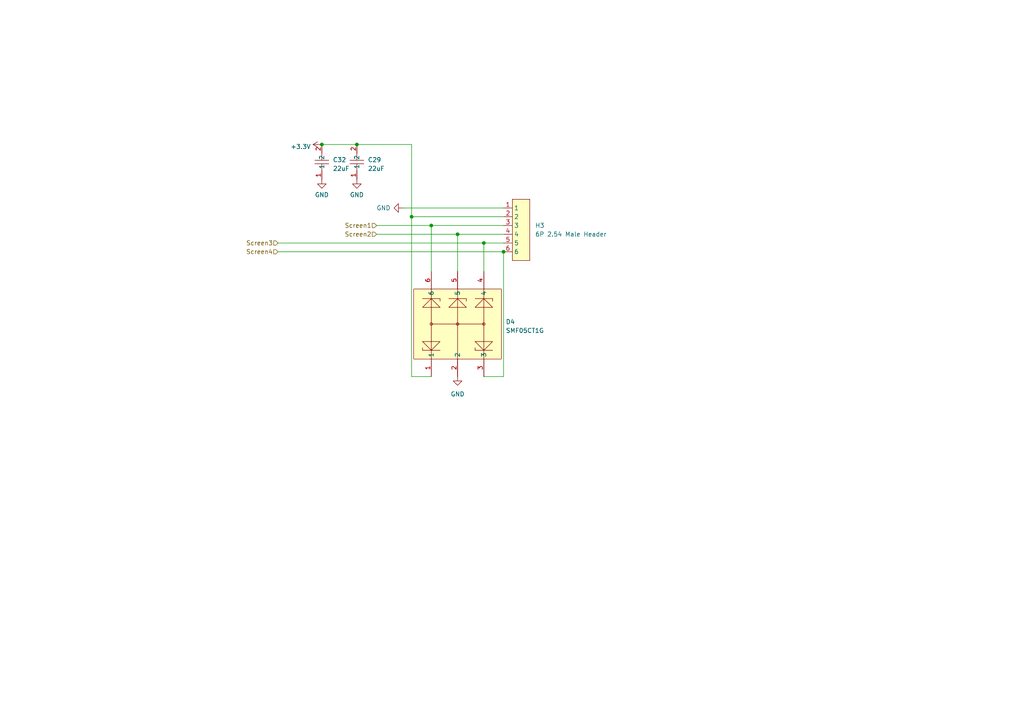
<source format=kicad_sch>
(kicad_sch (version 20230121) (generator eeschema)
  (paper "A4")
  (lib_symbols
    (symbol "easyeda2kicad:6.3V 22uF X5R ±20% 0603"
      (property "Reference" "C" (at 0 5.08 0))
      (property "Value" "6.3V 22uF X5R ±20% 0603" (at 0 -5.08 0))
      (symbol "6.3V 22uF X5R ±20% 0603_0_1"
        (polyline (pts (xy -0.51 -2.03) (xy -0.51 2.03)))
        (polyline (pts (xy -0.51 0) (xy -2.54 0)))
        (polyline (pts (xy 0.51 2.03) (xy 0.51 -2.03)))
        (polyline (pts (xy 2.54 0) (xy 0.51 0)))
        (pin unspecified line (at -5.08 0 0) (length 2.54) (name "1") (number "1"))
        (pin unspecified line (at 5.08 0 180) (length 2.54) (name "2") (number "2"))
      )
    )
    (symbol "easyeda2kicad:6P 2.54 Male Header"
      (property "Reference" "H" (at 0 11.43 0))
      (property "Value" "6P 2.54 Male Header" (at 0 -11.43 0))
      (symbol "6P 2.54 Male Header_0_1"
        (rectangle (start -2.54 8.89) (end 2.54 -8.89) (fill (type background)))
        (pin input line (at -5.08 6.35 0) (length 2.54) (name "1") (number "1"))
        (pin input line (at -5.08 3.81 0) (length 2.54) (name "2") (number "2"))
        (pin input line (at -5.08 1.27 0) (length 2.54) (name "3") (number "3"))
        (pin input line (at -5.08 -1.27 0) (length 2.54) (name "4") (number "4"))
        (pin input line (at -5.08 -3.81 0) (length 2.54) (name "5") (number "5"))
        (pin input line (at -5.08 -6.35 0) (length 2.54) (name "6") (number "6"))
      )
    )
    (symbol "easyeda2kicad:SMF05CT1G"
      (property "Reference" "D" (at 0 12.7 0))
      (property "Value" "SMF05CT1G" (at 0 -12.7 0))
      (symbol "SMF05CT1G_0_1"
        (rectangle (start -10.16 12.7) (end 10.16 -12.7) (fill (type background)))
        (circle (center 0 -7.62) (radius 0.38))
        (polyline (pts (xy -10.16 -7.62) (xy 10.16 -7.62)))
        (polyline (pts (xy -10.16 0) (xy 0 0)))
        (polyline (pts (xy -10.16 7.62) (xy 10.16 7.62)))
        (polyline (pts (xy -7.62 -10.16) (xy -7.62 -5.08)))
        (polyline (pts (xy -7.62 -5.08) (xy -6.86 -5.08)))
        (polyline (pts (xy -7.62 5.08) (xy -7.62 10.16)))
        (polyline (pts (xy -7.62 10.16) (xy -6.86 10.16)))
        (polyline (pts (xy 0 -7.62) (xy 0 7.62)))
        (polyline (pts (xy 0 0) (xy 10.16 0)))
        (polyline (pts (xy 7.37 -10.16) (xy 6.6 -10.16)))
        (polyline (pts (xy 7.37 -5.08) (xy 7.37 -10.16)))
        (polyline (pts (xy 7.37 -2.54) (xy 6.6 -2.54)))
        (polyline (pts (xy 7.37 2.54) (xy 7.37 -2.54)))
        (polyline (pts (xy 7.37 5.08) (xy 6.6 5.08)))
        (polyline (pts (xy 7.37 10.16) (xy 7.37 5.08)))
        (polyline (pts (xy -5.08 -5.08) (xy -7.62 -7.62) (xy -5.08 -10.16) (xy -5.08 -5.08)) (fill (type background)))
        (polyline (pts (xy -5.08 10.16) (xy -7.62 7.62) (xy -5.08 5.08) (xy -5.08 10.16)) (fill (type background)))
        (polyline (pts (xy 4.83 -10.16) (xy 7.37 -7.62) (xy 4.83 -5.08) (xy 4.83 -10.16)) (fill (type background)))
        (polyline (pts (xy 4.83 -2.54) (xy 7.37 0) (xy 4.83 2.54) (xy 4.83 -2.54)) (fill (type background)))
        (polyline (pts (xy 4.83 5.08) (xy 7.37 7.62) (xy 4.83 10.16) (xy 4.83 5.08)) (fill (type background)))
        (circle (center 0 0) (radius 0.38))
        (circle (center 0 7.62) (radius 0.38))
        (arc (start 0.25 -7.62) (mid 0.25 -7.62) (end 0.25 -7.62))
        (arc (start 0.25 0) (mid 0.25 0) (end 0.25 0))
        (arc (start 0.25 7.62) (mid 0.25 7.62) (end 0.25 7.62))
        (pin input line (at -15.24 7.62 0) (length 5.08) (name "1") (number "1"))
        (pin input line (at -15.24 0 0) (length 5.08) (name "2") (number "2"))
        (pin input line (at -15.24 -7.62 0) (length 5.08) (name "3") (number "3"))
        (pin input line (at 15.24 -7.62 180) (length 5.08) (name "4") (number "4"))
        (pin input line (at 15.24 0 180) (length 5.08) (name "5") (number "5"))
        (pin input line (at 15.24 7.62 180) (length 5.08) (name "6") (number "6"))
      )
    )
    (symbol "power:+3.3V" (power) (pin_names (offset 0))
      (property "Value" "+3.3V" (at 0 3.556 0))
      (symbol "+3.3V_0_1"
        (polyline (pts (xy -0.762 1.27) (xy 0 2.54)))
        (polyline (pts (xy 0 0) (xy 0 2.54)))
        (polyline (pts (xy 0 2.54) (xy 0.762 1.27)))
      )
      (symbol "+3.3V_1_1"
        (pin power_in line (at 0 0 90) (length 0) hide (name "+3.3V") (number "1"))
      )
    )
    (symbol "power:GND" (power) (pin_names (offset 0))
      (property "Value" "GND" (at 0 -3.81 0))
      (symbol "GND_0_1"
        (polyline (pts (xy 0 0) (xy 0 -1.27) (xy 1.27 -1.27) (xy 0 -2.54) (xy -1.27 -1.27) (xy 0 -1.27)))
      )
      (symbol "GND_1_1"
        (pin power_in line (at 0 0 270) (length 0) hide (name "GND") (number "1"))
      )
    )
  )
  (junction (at 125.095 65.405))
  (junction (at 140.335 70.485))
  (junction (at 119.38 62.865))
  (junction (at 146.05 73.025))
  (junction (at 103.505 41.91))
  (junction (at 93.345 41.91))
  (junction (at 132.715 67.945))
  (wire (pts (xy 140.335 109.22) (xy 146.05 109.22)))
  (wire (pts (xy 93.345 41.91) (xy 103.505 41.91)))
  (wire (pts (xy 146.05 60.325) (xy 116.84 60.325)))
  (wire (pts (xy 80.645 70.485) (xy 140.335 70.485)))
  (wire (pts (xy 119.38 62.865) (xy 119.38 41.91)))
  (wire (pts (xy 80.645 73.025) (xy 146.05 73.025)))
  (wire (pts (xy 109.22 67.945) (xy 132.715 67.945)))
  (wire (pts (xy 146.05 67.945) (xy 132.715 67.945)))
  (wire (pts (xy 125.095 109.22) (xy 119.38 109.22)))
  (wire (pts (xy 146.05 109.22) (xy 146.05 73.025)))
  (wire (pts (xy 125.095 65.405) (xy 125.095 78.74)))
  (wire (pts (xy 119.38 62.865) (xy 119.38 109.22)))
  (wire (pts (xy 132.715 67.945) (xy 132.715 78.74)))
  (wire (pts (xy 146.05 65.405) (xy 125.095 65.405)))
  (wire (pts (xy 109.22 65.405) (xy 125.095 65.405)))
  (wire (pts (xy 140.335 70.485) (xy 140.335 78.74)))
  (wire (pts (xy 119.38 41.91) (xy 103.505 41.91)))
  (wire (pts (xy 146.05 62.865) (xy 119.38 62.865)))
  (wire (pts (xy 146.05 70.485) (xy 140.335 70.485)))
  (hierarchical_label "Screen4" (shape input) (at 80.645 73.025 180))
  (hierarchical_label "Screen3" (shape input) (at 80.645 70.485 180))
  (hierarchical_label "Screen2" (shape input) (at 109.22 67.945 180))
  (hierarchical_label "Screen1" (shape input) (at 109.22 65.405 180))
  (symbol (lib_id "power:+3.3V") (at 93.345 41.91 90) (unit 1)
    (property "Reference" "#PWR082" (effects hide))
    (property "Value" "+3.3V" (at 90.17 42.545 90) (effects (justify left)))
  )
  (symbol (lib_id "power:GND") (at 103.505 52.07 0) (unit 1)
    (property "Reference" "#PWR08" (effects hide))
    (property "Value" "GND" (at 103.505 56.515 0))
    (instances (project "Robosapien" (path "" (reference "#PWR08") (unit 1)) (path "" (reference "#PWR011") (unit 1))))
  )
  (symbol (lib_id "easyeda2kicad:6P 2.54 Male Header") (at 151.13 66.675 0) (unit 1)
    (property "Reference" "H3" (at 155.194 65.4049 0) (effects (justify left)))
    (property "Value" "6P 2.54 Male Header" (at 155.194 67.9449 0) (effects (justify left)))
    (property "Footprint" "easyeda2kicad:HDR-TH_6P-P2.54-V-M-1" (effects hide))
    (property "Datasheet" "https://lcsc.com/product-detail/Male-Header_2-54mm-1x6-Header_C37208.html" (effects hide))
    (property "Manufacturer" "BOOMELE(博穆精密)" (effects hide))
    (property "LCSC Part" "C37208" (effects hide))
    (property "JLC Part" "Extended Part" (effects hide))
  )
  (symbol (lib_id "easyeda2kicad:SMF05CT1G") (at 132.715 93.98 90) (unit 1)
    (property "Reference" "D4" (at 146.685 93.345 90) (effects (justify right)))
    (property "Value" "SMF05CT1G" (at 146.685 95.885 90) (effects (justify right)))
    (property "Footprint" "easyeda2kicad:SOT-363_L2.0-W1.3-P0.65-LS2.1-BR" (effects hide))
    (property "Datasheet" "https://lcsc.com/product-detail/TVS_ON_SMF05CT1G_SMF05CT1G_C15879.html" (effects hide))
    (property "Manufacturer" "onsemi(安森美)" (effects hide))
    (property "LCSC Part" "C15879" (effects hide))
    (property "JLC Part" "Basic Part" (effects hide))
  )
  (symbol (lib_id "power:GND") (at 132.715 109.22 0) (unit 1)
    (property "Reference" "#PWR083" (effects hide))
    (property "Value" "GND" (at 132.715 114.3 0))
  )
  (symbol (lib_id "easyeda2kicad:6.3V 22uF X5R ±20% 0603") (at 103.505 46.99 90) (unit 1)
    (property "Reference" "C29" (at 106.68 46.355 90) (effects (justify right)))
    (property "Value" "22uF" (at 106.68 48.895 90) (effects (justify right)))
    (property "Footprint" "easyeda2kicad:C0603" (effects hide))
    (property "Datasheet" "https://lcsc.com/product-detail/Multilayer-Ceramic-Capacitors-MLCC-SMD-SMT_SAMSUNG_CL10A226MQ8NRNC_22uF-226-20-6-3V_C59461.html" (effects hide))
    (property "Manufacturer" "SAMSUNG(三星)" (effects hide))
    (property "LCSC Part" "C59461" (effects hide))
    (property "JLC Part" "Basic Part" (effects hide))
  )
  (symbol (lib_id "easyeda2kicad:6.3V 22uF X5R ±20% 0603") (at 93.345 46.99 90) (unit 1)
    (property "Reference" "C32" (at 96.52 46.355 90) (effects (justify right)))
    (property "Value" "22uF" (at 96.52 48.895 90) (effects (justify right)))
    (property "Footprint" "easyeda2kicad:C0603" (effects hide))
    (property "Datasheet" "https://lcsc.com/product-detail/Multilayer-Ceramic-Capacitors-MLCC-SMD-SMT_SAMSUNG_CL10A226MQ8NRNC_22uF-226-20-6-3V_C59461.html" (effects hide))
    (property "Manufacturer" "SAMSUNG(三星)" (effects hide))
    (property "LCSC Part" "C59461" (effects hide))
    (property "JLC Part" "Basic Part" (effects hide))
  )
  (symbol (lib_id "power:GND") (at 93.345 52.07 0) (unit 1)
    (property "Reference" "#PWR08" (effects hide))
    (property "Value" "GND" (at 93.345 56.515 0))
    (instances (project "Robosapien" (path "" (reference "#PWR08") (unit 1)) (path "" (reference "#PWR079") (unit 1))))
  )
  (symbol (lib_id "power:GND") (at 116.84 60.325 270) (unit 1)
    (property "Reference" "#PWR08" (effects hide))
    (property "Value" "GND" (at 113.284 60.3249 90) (effects (justify right)))
  )
)
</source>
